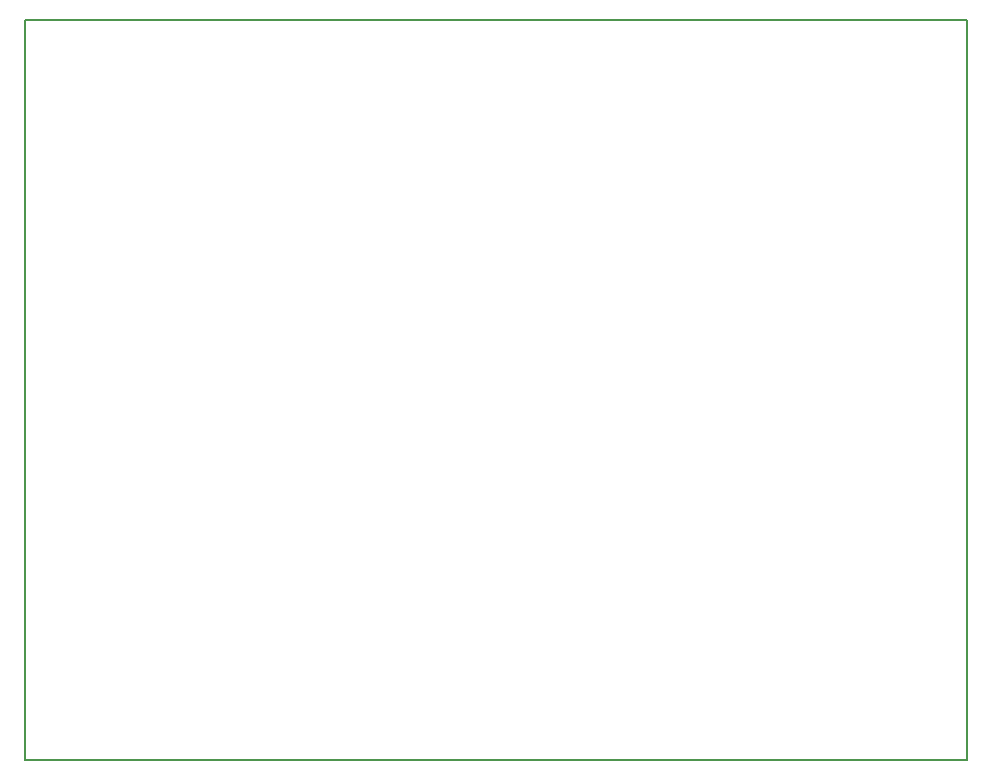
<source format=gm1>
G04 #@! TF.GenerationSoftware,KiCad,Pcbnew,9.0.7*
G04 #@! TF.CreationDate,2026-01-14T23:35:42+00:00*
G04 #@! TF.ProjectId,MacroMachine,4d616372-6f4d-4616-9368-696e652e6b69,rev?*
G04 #@! TF.SameCoordinates,Original*
G04 #@! TF.FileFunction,Profile,NP*
%FSLAX46Y46*%
G04 Gerber Fmt 4.6, Leading zero omitted, Abs format (unit mm)*
G04 Created by KiCad (PCBNEW 9.0.7) date 2026-01-14 23:35:42*
%MOMM*%
%LPD*%
G01*
G04 APERTURE LIST*
G04 #@! TA.AperFunction,Profile*
%ADD10C,0.200000*%
G04 #@! TD*
G04 APERTURE END LIST*
D10*
X112900000Y-77600000D02*
X192700000Y-77600000D01*
X192700000Y-140300000D01*
X112900000Y-140300000D01*
X112900000Y-77600000D01*
M02*

</source>
